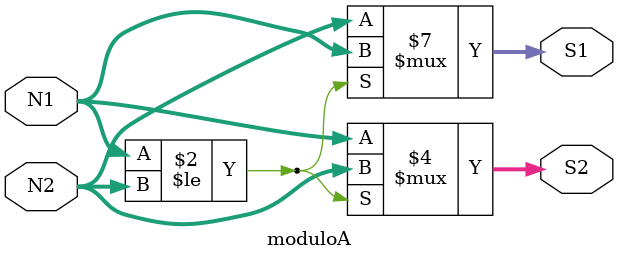
<source format=v>
module moduloA (N1, N2,S1,S2);

	input [7:0] N1;
	input [7:0] N2;
	output [7:0] S1;	//min
	output [7:0] S2;	//max
	
	
	wire [7:0] N1;
	wire [7:0] N2;
	reg [7:0] S1;
	reg [7:0] S2;	
	
	always @(N1 or N2)
		begin
			if(N1<=N2)
				begin
					S1=N1;
					S2=N2;
				end
			else
				begin
					S1=N2;
					S2=N1;
				end
		end
		
endmodule
</source>
